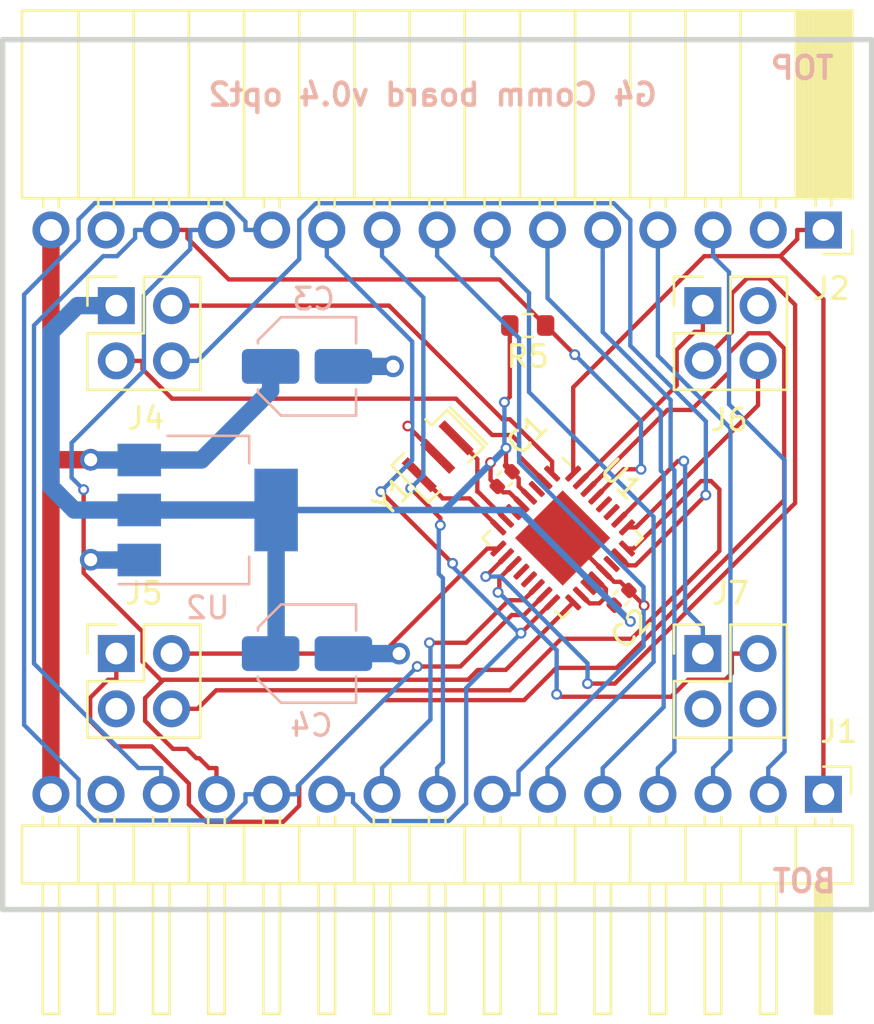
<source format=kicad_pcb>
(kicad_pcb (version 20221018) (generator pcbnew)
  (layers (0 "F.Cu" signal) (1 "In1.Cu" signal) (2 "In2.Cu" signal) (31 "B.Cu" signal) (34 "B.Paste" user) (35 "F.Paste" user) (36 "B.SilkS" user "B.Silkscreen") (37 "F.SilkS" user "F.Silkscreen") (38 "B.Mask" user) (39 "F.Mask" user) (44 "Edge.Cuts" user))
  (net 0 "")
  (net 1 "+5V")
  (net 2 "/B0_CS0")
  (net 3 "/B0_CS1")
  (net 4 "/B0_CS2")
  (net 5 "/B0_CS3")
  (net 6 "/B0_CS4")
  (net 7 "/B0_CS5")
  (net 8 "/B0_CS6")
  (net 9 "/B0_CS7")
  (net 10 "/B0_MISO")
  (net 11 "/B0_MOSI")
  (net 12 "/B0_SCK")
  (net 13 "/B1_CS0")
  (net 14 "/B1_CS1")
  (net 15 "/B1_CS2")
  (net 16 "/B1_CS3")
  (net 17 "/B1_MISO")
  (net 18 "/B1_MOSI")
  (net 19 "/B1_SCK")
  (net 20 "/EXT_INT0")
  (net 21 "/RESET_DRV0")
  (net 22 "/RESET_DRV1")
  (net 23 "/RESET_DRV2")
  (net 24 "/RESET_DRV3")
  (net 25 "/RESET_MSTR")
  (net 26 "/XTAL1")
  (net 27 "/XTAL2")
  (net 28 "GND")
  (net 41 "/VIN")
  (footprint "Connector_PinSocket_2.54mm:PinSocket_2x02_P2.54mm_Vertical" (layer "F.Cu") (at 57.77 62.23)
    (fp_text reference "J4" (at -1.1788 5.1816) (layer "F.SilkS"))
    (fp_text value "2x2 socket")
    (pad "1" thru_hole rect (at -2.54 0) (size 1.7 1.7) (drill 1) (layers "*.Cu" "*.Mask") (net 1 "+5V"))
    (pad "2" thru_hole oval (at 0 0) (size 1.7 1.7) (drill 1) (layers "*.Cu" "*.Mask") (net 13 "/B1_CS0"))
    (pad "3" thru_hole oval (at -2.54 2.54) (size 1.7 1.7) (drill 1) (layers "*.Cu" "*.Mask") (net 19 "/B1_SCK"))
    (pad "4" thru_hole oval (at 0 2.54) (size 1.7 1.7) (drill 1) (layers "*.Cu" "*.Mask") (net 21 "/RESET_DRV0"))
  )
  (footprint "Connector_PinSocket_2.54mm:PinSocket_2x02_P2.54mm_Vertical" (layer "F.Cu") (at 84.77 62.23)
    (fp_text reference "J6" (at -1.331 5.2578) (layer "F.SilkS"))
    (fp_text value "2x2 socket")
    (pad "1" thru_hole rect (at -2.54 0) (size 1.7 1.7) (drill 1) (layers "*.Cu" "*.Mask") (net 18 "/B1_MOSI"))
    (pad "2" thru_hole oval (at 0 0) (size 1.7 1.7) (drill 1) (layers "*.Cu" "*.Mask"))
    (pad "3" thru_hole oval (at -2.54 2.54) (size 1.7 1.7) (drill 1) (layers "*.Cu" "*.Mask") (net 15 "/B1_CS2"))
    (pad "4" thru_hole oval (at 0 2.54) (size 1.7 1.7) (drill 1) (layers "*.Cu" "*.Mask") (net 23 "/RESET_DRV2"))
  )
  (footprint "Connector_PinSocket_2.54mm:PinSocket_2x02_P2.54mm_Vertical" (layer "F.Cu") (at 57.77 78.23)
    (fp_text reference "J5" (at -1.27 -2.77) (layer "F.SilkS"))
    (fp_text value "2x2 socket")
    (pad "1" thru_hole rect (at -2.54 0) (size 1.7 1.7) (drill 1) (layers "*.Cu" "*.Mask") (net 17 "/B1_MISO"))
    (pad "2" thru_hole oval (at 0 0) (size 1.7 1.7) (drill 1) (layers "*.Cu" "*.Mask") (net 14 "/B1_CS1"))
    (pad "3" thru_hole oval (at -2.54 2.54) (size 1.7 1.7) (drill 1) (layers "*.Cu" "*.Mask"))
    (pad "4" thru_hole oval (at 0 2.54) (size 1.7 1.7) (drill 1) (layers "*.Cu" "*.Mask") (net 22 "/RESET_DRV1"))
  )
  (footprint "Connector_PinSocket_2.54mm:PinSocket_2x02_P2.54mm_Vertical" (layer "F.Cu") (at 84.77 78.23)
    (fp_text reference "J7" (at -1.27 -2.77) (layer "F.SilkS"))
    (fp_text value "2x2 socket")
    (pad "1" thru_hole rect (at -2.54 0) (size 1.7 1.7) (drill 1) (layers "*.Cu" "*.Mask") (net 24 "/RESET_DRV3"))
    (pad "2" thru_hole oval (at 0 0) (size 1.7 1.7) (drill 1) (layers "*.Cu" "*.Mask") (net 16 "/B1_CS3"))
    (pad "3" thru_hole oval (at -2.54 2.54) (size 1.7 1.7) (drill 1) (layers "*.Cu" "*.Mask") (net 28 "GND"))
    (pad "4" thru_hole oval (at 0 2.54) (size 1.7 1.7) (drill 1) (layers "*.Cu" "*.Mask"))
  )
  (footprint "Resistor_SMD:R_0603_1608Metric" (layer "F.Cu") (at 74.168 63.1444 180)
    (fp_text reference "R5" (at 0 -1.43) (layer "F.SilkS"))
    (fp_text value "4.7k")
    (pad "1" smd roundrect (at -0.825 0 180) (size 0.8 0.95) (layers "F.Cu" "F.Paste" "F.Mask") (net 25 "/RESET_MSTR"))
    (pad "2" smd roundrect (at 0.825 0 180) (size 0.8 0.95) (layers "F.Cu" "F.Paste" "F.Mask") (net 1 "+5V"))
  )
  (footprint "Connector_PinHeader_2.54mm:PinHeader_1x15_P2.54mm_Horizontal" (layer "F.Cu") (at 87.78 84.7 -90)
    (fp_text reference "J1" (at -2.8866 -0.7136) (layer "F.SilkS"))
    (fp_text value "1x15 header")
    (pad "1" thru_hole rect (at 0 0 270) (size 1.7 1.7) (drill 1) (layers "*.Cu" "*.Mask") (net 20 "/EXT_INT0"))
    (pad "2" thru_hole oval (at 0 2.54 270) (size 1.7 1.7) (drill 1) (layers "*.Cu" "*.Mask") (net 9 "/B0_CS7"))
    (pad "3" thru_hole oval (at 0 5.08 270) (size 1.7 1.7) (drill 1) (layers "*.Cu" "*.Mask") (net 8 "/B0_CS6"))
    (pad "4" thru_hole oval (at 0 7.62 270) (size 1.7 1.7) (drill 1) (layers "*.Cu" "*.Mask") (net 7 "/B0_CS5"))
    (pad "5" thru_hole oval (at 0 10.16 270) (size 1.7 1.7) (drill 1) (layers "*.Cu" "*.Mask") (net 6 "/B0_CS4"))
    (pad "6" thru_hole oval (at 0 12.7 270) (size 1.7 1.7) (drill 1) (layers "*.Cu" "*.Mask") (net 5 "/B0_CS3"))
    (pad "7" thru_hole oval (at 0 15.24 270) (size 1.7 1.7) (drill 1) (layers "*.Cu" "*.Mask") (net 4 "/B0_CS2"))
    (pad "8" thru_hole oval (at 0 17.78 270) (size 1.7 1.7) (drill 1) (layers "*.Cu" "*.Mask") (net 3 "/B0_CS1"))
    (pad "9" thru_hole oval (at 0 20.32 270) (size 1.7 1.7) (drill 1) (layers "*.Cu" "*.Mask") (net 2 "/B0_CS0"))
    (pad "10" thru_hole oval (at 0 22.86 270) (size 1.7 1.7) (drill 1) (layers "*.Cu" "*.Mask") (net 10 "/B0_MISO"))
    (pad "11" thru_hole oval (at 0 25.4 270) (size 1.7 1.7) (drill 1) (layers "*.Cu" "*.Mask") (net 11 "/B0_MOSI"))
    (pad "12" thru_hole oval (at 0 27.94 270) (size 1.7 1.7) (drill 1) (layers "*.Cu" "*.Mask") (net 12 "/B0_SCK"))
    (pad "13" thru_hole oval (at 0 30.48 270) (size 1.7 1.7) (drill 1) (layers "*.Cu" "*.Mask") (net 25 "/RESET_MSTR"))
    (pad "14" thru_hole oval (at 0 33.02 270) (size 1.7 1.7) (drill 1) (layers "*.Cu" "*.Mask") (net 28 "GND"))
    (pad "15" thru_hole oval (at 0 35.56 270) (size 1.7 1.7) (drill 1) (layers "*.Cu" "*.Mask") (net 41 "/VIN"))
  )
  (footprint "Capacitor_SMD:C_0402_1005Metric" (layer "F.Cu") (at 78.4871 75.6662 45)
    (fp_text reference "C2" (at -0.693798 1.315219 45) (layer "F.SilkS"))
    (fp_text value "1uF")
    (pad "1" smd roundrect (at -0.48 0 45) (size 0.56 0.62) (layers "F.Cu" "F.Paste" "F.Mask") (net 1 "+5V"))
    (pad "2" smd roundrect (at 0.48 0 45) (size 0.56 0.62) (layers "F.Cu" "F.Paste" "F.Mask") (net 28 "GND"))
  )
  (footprint "Connector_PinSocket_2.54mm:PinSocket_1x15_P2.54mm_Horizontal" (layer "F.Cu") (at 87.78 58.75 -90)
    (fp_text reference "J2" (at 2.6926 -0.358 -180) (layer "F.SilkS"))
    (fp_text value "1x15 socket")
    (pad "1" thru_hole rect (at 0 0 270) (size 1.7 1.7) (drill 1) (layers "*.Cu" "*.Mask") (net 20 "/EXT_INT0"))
    (pad "2" thru_hole oval (at 0 2.54 270) (size 1.7 1.7) (drill 1) (layers "*.Cu" "*.Mask"))
    (pad "3" thru_hole oval (at 0 5.08 270) (size 1.7 1.7) (drill 1) (layers "*.Cu" "*.Mask") (net 9 "/B0_CS7"))
    (pad "4" thru_hole oval (at 0 7.62 270) (size 1.7 1.7) (drill 1) (layers "*.Cu" "*.Mask") (net 8 "/B0_CS6"))
    (pad "5" thru_hole oval (at 0 10.16 270) (size 1.7 1.7) (drill 1) (layers "*.Cu" "*.Mask") (net 7 "/B0_CS5"))
    (pad "6" thru_hole oval (at 0 12.7 270) (size 1.7 1.7) (drill 1) (layers "*.Cu" "*.Mask") (net 6 "/B0_CS4"))
    (pad "7" thru_hole oval (at 0 15.24 270) (size 1.7 1.7) (drill 1) (layers "*.Cu" "*.Mask") (net 5 "/B0_CS3"))
    (pad "8" thru_hole oval (at 0 17.78 270) (size 1.7 1.7) (drill 1) (layers "*.Cu" "*.Mask") (net 4 "/B0_CS2"))
    (pad "9" thru_hole oval (at 0 20.32 270) (size 1.7 1.7) (drill 1) (layers "*.Cu" "*.Mask") (net 3 "/B0_CS1"))
    (pad "10" thru_hole oval (at 0 22.86 270) (size 1.7 1.7) (drill 1) (layers "*.Cu" "*.Mask") (net 10 "/B0_MISO"))
    (pad "11" thru_hole oval (at 0 25.4 270) (size 1.7 1.7) (drill 1) (layers "*.Cu" "*.Mask") (net 11 "/B0_MOSI"))
    (pad "12" thru_hole oval (at 0 27.94 270) (size 1.7 1.7) (drill 1) (layers "*.Cu" "*.Mask") (net 12 "/B0_SCK"))
    (pad "13" thru_hole oval (at 0 30.48 270) (size 1.7 1.7) (drill 1) (layers "*.Cu" "*.Mask") (net 25 "/RESET_MSTR"))
    (pad "14" thru_hole oval (at 0 33.02 270) (size 1.7 1.7) (drill 1) (layers "*.Cu" "*.Mask") (net 28 "GND"))
    (pad "15" thru_hole oval (at 0 35.56 270) (size 1.7 1.7) (drill 1) (layers "*.Cu" "*.Mask") (net 41 "/VIN"))
  )
  (footprint "Package_DFN_QFN:QFN-32-1EP_5x5mm_P0.5mm_EP3.1x3.1mm" (layer "F.Cu") (at 75.7765 72.9151 -45)
    (fp_text reference "U1" (at 0 -3.82 135) (layer "F.SilkS"))
    (fp_text value "ATmega328PB-M")
    (pad "1" smd roundrect (at -2.4375 -1.75 315) (size 0.875 0.25) (layers "F.Cu" "F.Paste" "F.Mask") (net 13 "/B1_CS0"))
    (pad "2" smd roundrect (at -2.4375 -1.25 315) (size 0.875 0.25) (layers "F.Cu" "F.Paste" "F.Mask") (net 19 "/B1_SCK"))
    (pad "3" smd roundrect (at -2.4375 -0.75 315) (size 0.875 0.25) (layers "F.Cu" "F.Paste" "F.Mask"))
    (pad "4" smd roundrect (at -2.4375 -0.25 315) (size 0.875 0.25) (layers "F.Cu" "F.Paste" "F.Mask") (net 1 "+5V"))
    (pad "5" smd roundrect (at -2.4375 0.25 315) (size 0.875 0.25) (layers "F.Cu" "F.Paste" "F.Mask") (net 28 "GND"))
    (pad "6" smd roundrect (at -2.4375 0.75 315) (size 0.875 0.25) (layers "F.Cu" "F.Paste" "F.Mask"))
    (pad "7" smd roundrect (at -2.4375 1.25 315) (size 0.875 0.25) (layers "F.Cu" "F.Paste" "F.Mask") (net 26 "/XTAL1"))
    (pad "8" smd roundrect (at -2.4375 1.75 315) (size 0.875 0.25) (layers "F.Cu" "F.Paste" "F.Mask") (net 27 "/XTAL2"))
    (pad "9" smd roundrect (at -1.75 2.4375 315) (size 0.25 0.875) (layers "F.Cu" "F.Paste" "F.Mask") (net 14 "/B1_CS1"))
    (pad "10" smd roundrect (at -1.25 2.4375 315) (size 0.25 0.875) (layers "F.Cu" "F.Paste" "F.Mask") (net 15 "/B1_CS2"))
    (pad "11" smd roundrect (at -0.75 2.4375 315) (size 0.25 0.875) (layers "F.Cu" "F.Paste" "F.Mask") (net 16 "/B1_CS3"))
    (pad "12" smd roundrect (at -0.25 2.4375 315) (size 0.25 0.875) (layers "F.Cu" "F.Paste" "F.Mask"))
    (pad "13" smd roundrect (at 0.25 2.4375 315) (size 0.25 0.875) (layers "F.Cu" "F.Paste" "F.Mask"))
    (pad "14" smd roundrect (at 0.75 2.4375 315) (size 0.25 0.875) (layers "F.Cu" "F.Paste" "F.Mask") (net 2 "/B0_CS0"))
    (pad "15" smd roundrect (at 1.25 2.4375 315) (size 0.25 0.875) (layers "F.Cu" "F.Paste" "F.Mask") (net 11 "/B0_MOSI"))
    (pad "16" smd roundrect (at 1.75 2.4375 315) (size 0.25 0.875) (layers "F.Cu" "F.Paste" "F.Mask") (net 10 "/B0_MISO"))
    (pad "17" smd roundrect (at 2.4375 1.75 315) (size 0.875 0.25) (layers "F.Cu" "F.Paste" "F.Mask") (net 12 "/B0_SCK"))
    (pad "18" smd roundrect (at 2.4375 1.25 315) (size 0.875 0.25) (layers "F.Cu" "F.Paste" "F.Mask") (net 1 "+5V"))
    (pad "19" smd roundrect (at 2.4375 0.75 315) (size 0.875 0.25) (layers "F.Cu" "F.Paste" "F.Mask"))
    (pad "20" smd roundrect (at 2.4375 0.25 315) (size 0.875 0.25) (layers "F.Cu" "F.Paste" "F.Mask") (net 1 "+5V"))
    (pad "21" smd roundrect (at 2.4375 -0.25 315) (size 0.875 0.25) (layers "F.Cu" "F.Paste" "F.Mask") (net 28 "GND"))
    (pad "22" smd roundrect (at 2.4375 -0.75 315) (size 0.875 0.25) (layers "F.Cu" "F.Paste" "F.Mask"))
    (pad "23" smd roundrect (at 2.4375 -1.25 315) (size 0.875 0.25) (layers "F.Cu" "F.Paste" "F.Mask") (net 21 "/RESET_DRV0"))
    (pad "24" smd roundrect (at 2.4375 -1.75 315) (size 0.875 0.25) (layers "F.Cu" "F.Paste" "F.Mask") (net 22 "/RESET_DRV1"))
    (pad "25" smd roundrect (at 1.75 -2.4375 315) (size 0.25 0.875) (layers "F.Cu" "F.Paste" "F.Mask") (net 23 "/RESET_DRV2"))
    (pad "26" smd roundrect (at 1.25 -2.4375 315) (size 0.25 0.875) (layers "F.Cu" "F.Paste" "F.Mask") (net 24 "/RESET_DRV3"))
    (pad "27" smd roundrect (at 0.75 -2.4375 315) (size 0.25 0.875) (layers "F.Cu" "F.Paste" "F.Mask"))
    (pad "28" smd roundrect (at 0.25 -2.4375 315) (size 0.25 0.875) (layers "F.Cu" "F.Paste" "F.Mask"))
    (pad "29" smd roundrect (at -0.25 -2.4375 315) (size 0.25 0.875) (layers "F.Cu" "F.Paste" "F.Mask") (net 25 "/RESET_MSTR"))
    (pad "30" smd roundrect (at -0.75 -2.4375 315) (size 0.25 0.875) (layers "F.Cu" "F.Paste" "F.Mask") (net 17 "/B1_MISO"))
    (pad "31" smd roundrect (at -1.25 -2.4375 315) (size 0.25 0.875) (layers "F.Cu" "F.Paste" "F.Mask") (net 18 "/B1_MOSI"))
    (pad "32" smd roundrect (at -1.75 -2.4375 315) (size 0.25 0.875) (layers "F.Cu" "F.Paste" "F.Mask") (net 20 "/EXT_INT0"))
    (pad "33" smd rect (at 0 0 315) (size 3.1 3.1) (layers "F.Cu" "F.Mask") (net 28 "GND"))
  )
  (footprint "Capacitor_SMD:C_0402_1005Metric" (layer "F.Cu") (at 73.1071 70.2068 -135)
    (fp_text reference "C1" (at -2.163676 0.711731 45) (layer "F.SilkS"))
    (fp_text value "1uF")
    (pad "1" smd roundrect (at -0.48 0 225) (size 0.56 0.62) (layers "F.Cu" "F.Paste" "F.Mask") (net 1 "+5V"))
    (pad "2" smd roundrect (at 0.48 0 225) (size 0.56 0.62) (layers "F.Cu" "F.Paste" "F.Mask") (net 28 "GND"))
  )
  (footprint "Crystal:Resonator_SMD_Murata_CSTxExxV-3Pin_3.0x1.1mm" (layer "F.Cu") (at 70.0244 69.1587 -135)
    (fp_text reference "Y1" (at 2.759798 0.141421 45) (layer "F.SilkS"))
    (fp_text value "20MHz")
    (pad "1" smd rect (at -1.2 0 225) (size 0.4 1.9) (layers "F.Cu" "F.Paste" "F.Mask") (net 26 "/XTAL1"))
    (pad "2" smd rect (at 0 0 225) (size 0.4 1.9) (layers "F.Cu" "F.Paste" "F.Mask") (net 28 "GND"))
    (pad "3" smd rect (at 1.2 0 225) (size 0.4 1.9) (layers "F.Cu" "F.Paste" "F.Mask") (net 27 "/XTAL2"))
  )
  (footprint "Package_TO_SOT_SMD:SOT-223" (layer "B.Cu") (at 59.436 71.628)
    (fp_text reference "U2" (at 0 4.5) (layer "B.SilkS") (effects (justify mirror)))
    (fp_text value "AZ1117-5.0")
    (pad "1" smd rect (at -3.15 2.3) (size 2 1.5) (layers "B.Cu" "B.Paste" "B.Mask") (net 28 "GND"))
    (pad "2" smd rect (at -3.15 0) (size 2 1.5) (layers "B.Cu" "B.Paste" "B.Mask") (net 1 "+5V"))
    (pad "2" smd rect (at 3.15 0) (size 2 3.8) (layers "B.Cu" "B.Paste" "B.Mask") (net 1 "+5V"))
    (pad "3" smd rect (at -3.15 -2.3) (size 2 1.5) (layers "B.Cu" "B.Paste" "B.Mask") (net 41 "/VIN"))
  )
  (footprint "Capacitor_SMD:C_Elec_4x5.4" (layer "B.Cu") (at 64.008 65.024)
    (fp_text reference "C3" (at 0.3048 -3.0988) (layer "B.SilkS") (effects (justify mirror)))
    (fp_text value "10uF")
    (pad "1" smd roundrect (at -1.675 0) (size 2.65 1.6) (layers "B.Cu" "B.Paste" "B.Mask") (roundrect_rratio 0.15625) (net 41 "/VIN"))
    (pad "2" smd roundrect (at 1.675 0) (size 2.65 1.6) (layers "B.Cu" "B.Paste" "B.Mask") (roundrect_rratio 0.15625) (net 28 "GND"))
  )
  (footprint "Capacitor_SMD:C_Elec_4x5.4" (layer "B.Cu") (at 64.008 78.232)
    (fp_text reference "C4" (at 0.2032 3.302) (layer "B.SilkS") (effects (justify mirror)))
    (fp_text value "22uF")
    (pad "1" smd roundrect (at -1.675 0) (size 2.65 1.6) (layers "B.Cu" "B.Paste" "B.Mask") (roundrect_rratio 0.15625) (net 1 "+5V"))
    (pad "2" smd roundrect (at 1.675 0) (size 2.65 1.6) (layers "B.Cu" "B.Paste" "B.Mask") (roundrect_rratio 0.15625) (net 28 "GND"))
  )
  (gr_line (start 90 90) (end 90 50) (stroke (width 0.25)) (layer "Edge.Cuts"))
  (gr_line (start 90 50) (end 50 50) (stroke (width 0.25)) (layer "Edge.Cuts"))
  (gr_line (start 50 50) (end 50 90) (stroke (width 0.25)) (layer "Edge.Cuts"))
  (gr_line (start 50 90) (end 90 90) (stroke (width 0.25)) (layer "Edge.Cuts"))
  (gr_text "BOT" (at 86.9 88.7) (layer "B.SilkS") (effects (font (size 1.016 1.016) (thickness 0.2032)) (justify mirror)))
  (gr_text "G4 Comm board v0.4 opt2" (at 69.7992 52.5272) (layer "B.SilkS") (effects (font (size 1.016 1.016) (thickness 0.2032)) (justify mirror)))
  (gr_text "TOP" (at 86.8 51.3) (layer "B.SilkS") (effects (font (size 1.016 1.016) (thickness 0.2032)) (justify mirror)))
  (segment (start 77.3233 74.8155) (end 77.766 75.2582) (width 0.2) (layer "F.Cu") (net 1))
  (segment (start 76.6162 75.5226) (end 77.0142 75.9206) (width 0.2) (layer "F.Cu") (net 1))
  (segment (start 78.8924 76.7504) (end 78.1477 76.0056) (width 0.2) (layer "F.Cu") (net 1))
  (segment (start 77.0142 75.9206) (end 77.4693 75.9206) (width 0.2) (layer "F.Cu") (net 1))
  (segment (start 73.7528 70.1802) (end 73.7528 70.5378) (width 0.2) (layer "F.Cu") (net 1))
  (segment (start 77.766 75.2582) (end 77.766 75.6239) (width 0.2) (layer "F.Cu") (net 1))
  (segment (start 73.4465 69.8674) (end 73.4465 69.8739) (width 0.2) (layer "F.Cu") (net 1))
  (segment (start 73.7528 70.5378) (end 74.2297 71.0148) (width 0.2) (layer "F.Cu") (net 1))
  (segment (start 73.343 66.423) (end 73.343 63.1444) (width 0.2) (layer "F.Cu") (net 1))
  (segment (start 73.4465 69.8739) (end 73.7528 70.1802) (width 0.2) (layer "F.Cu") (net 1))
  (segment (start 73.1686 68.7832) (end 73.1686 69.5895) (width 0.2) (layer "F.Cu") (net 1))
  (segment (start 77.4693 75.9206) (end 77.766 75.6239) (width 0.2) (layer "F.Cu") (net 1))
  (segment (start 77.3233 74.8154) (end 77.3233 74.8155) (width 0.2) (layer "F.Cu") (net 1))
  (segment (start 73.0962 66.6698) (end 73.343 66.423) (width 0.2) (layer "F.Cu") (net 1))
  (segment (start 77.766 75.6239) (end 78.1477 76.0056) (width 0.2) (layer "F.Cu") (net 1))
  (segment (start 73.1686 69.5895) (end 73.4465 69.8674) (width 0.3) (layer "F.Cu") (net 1))
  (via (at 73.0962 66.6698) (size 0.5) (drill 0.3) (layers "F.Cu" "B.Cu") (net 1))
  (via (at 73.1686 68.7832) (size 0.5) (drill 0.3) (layers "F.Cu" "B.Cu") (net 1))
  (via (at 78.8924 76.7504) (size 0.5) (drill 0.3) (layers "F.Cu" "B.Cu") (net 1))
  (segment (start 73.1686 68.7832) (end 70.3238 71.628) (width 0.3) (layer "B.Cu") (net 1))
  (segment (start 56.286 71.628) (end 62.586 71.628) (width 0.8) (layer "B.Cu") (net 1))
  (segment (start 62.586 71.628) (end 62.586 77.979) (width 0.8) (layer "B.Cu") (net 1))
  (segment (start 78.8924 76.7504) (end 78.884 76.7504) (width 0.3) (layer "B.Cu") (net 1))
  (segment (start 53.4416 62.23) (end 55.23 62.23) (width 0.8) (layer "B.Cu") (net 1))
  (segment (start 73.0962 68.7108) (end 73.0962 66.6698) (width 0.2) (layer "B.Cu") (net 1))
  (segment (start 73.7616 71.628) (end 70.5104 71.628) (width 0.3) (layer "B.Cu") (net 1))
  (segment (start 62.586 77.979) (end 62.333 78.232) (width 0.8) (layer "B.Cu") (net 1))
  (segment (start 52.2224 70.5612) (end 52.2224 63.4492) (width 0.8) (layer "B.Cu") (net 1))
  (segment (start 56.286 71.628) (end 53.2892 71.628) (width 0.8) (layer "B.Cu") (net 1))
  (segment (start 70.5104 71.628) (end 70.3238 71.628) (width 0.3) (layer "B.Cu") (net 1))
  (segment (start 70.3238 71.628) (end 70.5104 71.628) (width 0.3) (layer "B.Cu") (net 1))
  (segment (start 53.2892 71.628) (end 52.2224 70.5612) (width 0.8) (layer "B.Cu") (net 1))
  (segment (start 73.1686 68.7832) (end 73.0962 68.7108) (width 0.2) (layer "B.Cu") (net 1))
  (segment (start 52.2224 63.4492) (end 53.4416 62.23) (width 0.8) (layer "B.Cu") (net 1))
  (segment (start 78.884 76.7504) (end 73.7616 71.628) (width 0.3) (layer "B.Cu") (net 1))
  (segment (start 62.586 71.628) (end 70.3238 71.628) (width 0.3) (layer "B.Cu") (net 1))
  (segment (start 71.3369 77.7339) (end 69.6449 77.7339) (width 0.2) (layer "F.Cu") (net 2))
  (segment (start 74.5833 75.169) (end 73.9751 75.7772) (width 0.2) (layer "F.Cu") (net 2))
  (segment (start 73.2936 75.7772) (end 71.3369 77.7339) (width 0.2) (layer "F.Cu") (net 2))
  (segment (start 73.9751 75.7772) (end 73.2936 75.7772) (width 0.2) (layer "F.Cu") (net 2))
  (via (at 69.6449 77.7339) (size 0.5) (drill 0.3) (layers "F.Cu" "B.Cu") (net 2))
  (segment (start 69.69 77.779) (end 69.6449 77.7339) (width 0.2) (layer "B.Cu") (net 2))
  (segment (start 67.46 84.7) (end 67.46 83.4959) (width 0.2) (layer "B.Cu") (net 2))
  (segment (start 69.69 81.2659) (end 69.69 77.779) (width 0.2) (layer "B.Cu") (net 2))
  (segment (start 67.46 83.4959) (end 69.69 81.2659) (width 0.2) (layer "B.Cu") (net 2))
  (segment (start 70.1444 72.328) (end 70.1444 71.9965) (width 0.2) (layer "F.Cu") (net 3))
  (segment (start 70.1444 71.9965) (end 68.7814 70.6335) (width 0.2) (layer "F.Cu") (net 3))
  (via (at 70.1444 72.328) (size 0.5) (drill 0.3) (layers "F.Cu" "B.Cu") (net 3))
  (via (at 68.7814 70.6335) (size 0.5) (drill 0.3) (layers "F.Cu" "B.Cu") (net 3))
  (segment (start 69.365 70.0499) (end 68.7814 70.6335) (width 0.2) (layer "B.Cu") (net 3))
  (segment (start 67.46 58.75) (end 67.46 59.9541) (width 0.2) (layer "B.Cu") (net 3))
  (segment (start 70.2638 83.2321) (end 70.2638 74.7586) (width 0.2) (layer "B.Cu") (net 3))
  (segment (start 70 84.7) (end 70 83.4959) (width 0.2) (layer "B.Cu") (net 3))
  (segment (start 70.0739 74.5687) (end 70.0739 72.3985) (width 0.2) (layer "B.Cu") (net 3))
  (segment (start 67.46 59.9541) (end 69.365 61.8591) (width 0.2) (layer "B.Cu") (net 3))
  (segment (start 70 83.4959) (end 70.2638 83.2321) (width 0.2) (layer "B.Cu") (net 3))
  (segment (start 70.2638 74.7586) (end 70.0739 74.5687) (width 0.2) (layer "B.Cu") (net 3))
  (segment (start 69.365 61.8591) (end 69.365 70.0499) (width 0.2) (layer "B.Cu") (net 3))
  (segment (start 70.0739 72.3985) (end 70.1444 72.328) (width 0.2) (layer "B.Cu") (net 3))
  (segment (start 70 59.9541) (end 73.7728 63.7269) (width 0.2) (layer "B.Cu") (net 4))
  (segment (start 73.7441 83.6485) (end 73.7441 84.7) (width 0.2) (layer "B.Cu") (net 4))
  (segment (start 73.7728 69.4373) (end 79.5019 75.1664) (width 0.2) (layer "B.Cu") (net 4))
  (segment (start 79.5019 77.8907) (end 73.7441 83.6485) (width 0.2) (layer "B.Cu") (net 4))
  (segment (start 70 58.75) (end 70 59.9541) (width 0.2) (layer "B.Cu") (net 4))
  (segment (start 79.5019 75.1664) (end 79.5019 77.8907) (width 0.2) (layer "B.Cu") (net 4))
  (segment (start 72.54 84.7) (end 73.7441 84.7) (width 0.2) (layer "B.Cu") (net 4))
  (segment (start 73.7728 63.7269) (end 73.7728 69.4373) (width 0.2) (layer "B.Cu") (net 4))
  (segment (start 75.08 83.4959) (end 79.9614 78.6145) (width 0.2) (layer "B.Cu") (net 5))
  (segment (start 79.9614 78.6145) (end 79.9614 71.94) (width 0.2) (layer "B.Cu") (net 5))
  (segment (start 74.227 66.2056) (end 74.227 61.6411) (width 0.2) (layer "B.Cu") (net 5))
  (segment (start 75.08 84.7) (end 75.08 83.4959) (width 0.2) (layer "B.Cu") (net 5))
  (segment (start 72.54 58.75) (end 72.54 59.9541) (width 0.2) (layer "B.Cu") (net 5))
  (segment (start 74.227 61.6411) (end 72.54 59.9541) (width 0.2) (layer "B.Cu") (net 5))
  (segment (start 79.9614 71.94) (end 74.227 66.2056) (width 0.2) (layer "B.Cu") (net 5))
  (segment (start 80.4264 69.9485) (end 80.4264 80.6895) (width 0.2) (layer "B.Cu") (net 6))
  (segment (start 80.4264 80.6895) (end 77.62 83.4959) (width 0.2) (layer "B.Cu") (net 6))
  (segment (start 80.2933 67.0969) (end 80.2933 69.8154) (width 0.2) (layer "B.Cu") (net 6))
  (segment (start 75.08 58.75) (end 75.08 61.8836) (width 0.2) (layer "B.Cu") (net 6))
  (segment (start 77.62 84.7) (end 77.62 83.4959) (width 0.2) (layer "B.Cu") (net 6))
  (segment (start 80.2933 69.8154) (end 80.4264 69.9485) (width 0.2) (layer "B.Cu") (net 6))
  (segment (start 75.08 61.8836) (end 80.2933 67.0969) (width 0.2) (layer "B.Cu") (net 6))
  (segment (start 80.9204 69.8003) (end 80.9204 82.7355) (width 0.2) (layer "B.Cu") (net 7))
  (segment (start 77.62 58.75) (end 77.62 59.9541) (width 0.2) (layer "B.Cu") (net 7))
  (segment (start 80.9204 82.7355) (end 80.16 83.4959) (width 0.2) (layer "B.Cu") (net 7))
  (segment (start 77.62 63.4434) (end 80.7474 66.5708) (width 0.2) (layer "B.Cu") (net 7))
  (segment (start 77.62 59.9541) (end 77.62 63.4434) (width 0.2) (layer "B.Cu") (net 7))
  (segment (start 80.7474 69.6273) (end 80.9204 69.8003) (width 0.2) (layer "B.Cu") (net 7))
  (segment (start 80.16 84.7) (end 80.16 83.4959) (width 0.2) (layer "B.Cu") (net 7))
  (segment (start 80.7474 66.5708) (end 80.7474 69.6273) (width 0.2) (layer "B.Cu") (net 7))
  (segment (start 82.7 84.7) (end 82.7 83.4959) (width 0.2) (layer "B.Cu") (net 8))
  (segment (start 83.5 82.6959) (end 82.7 83.4959) (width 0.2) (layer "B.Cu") (net 8))
  (segment (start 80.16 64.5296) (end 83.5 67.8696) (width 0.2) (layer "B.Cu") (net 8))
  (segment (start 80.16 58.75) (end 80.16 64.5296) (width 0.2) (layer "B.Cu") (net 8))
  (segment (start 83.5 67.8696) (end 83.5 82.6959) (width 0.2) (layer "B.Cu") (net 8))
  (segment (start 82.7 59.9541) (end 83.4342 60.6883) (width 0.2) (layer "B.Cu") (net 9))
  (segment (start 83.4342 66.7699) (end 85.9914 69.3271) (width 0.2) (layer "B.Cu") (net 9))
  (segment (start 85.9914 69.3271) (end 85.9914 82.7445) (width 0.2) (layer "B.Cu") (net 9))
  (segment (start 85.9914 82.7445) (end 85.24 83.4959) (width 0.2) (layer "B.Cu") (net 9))
  (segment (start 83.4342 60.6883) (end 83.4342 66.7699) (width 0.2) (layer "B.Cu") (net 9))
  (segment (start 82.7 58.75) (end 82.7 59.9541) (width 0.2) (layer "B.Cu") (net 9))
  (segment (start 85.24 84.7) (end 85.24 83.4959) (width 0.2) (layer "B.Cu") (net 9))
  (segment (start 75.2723 75.8761) (end 73.8589 77.2895) (width 0.2) (layer "F.Cu") (net 10))
  (segment (start 70.7101 74.083) (end 67.4082 70.7811) (width 0.2) (layer "F.Cu") (net 10))
  (segment (start 75.2904 75.8761) (end 75.2723 75.8761) (width 0.2) (layer "F.Cu") (net 10))
  (via (at 73.8589 77.2895) (size 0.5) (drill 0.3) (layers "F.Cu" "B.Cu") (net 10))
  (via (at 70.7101 74.083) (size 0.5) (drill 0.3) (layers "F.Cu" "B.Cu") (net 10))
  (via (at 67.4082 70.7811) (size 0.5) (drill 0.3) (layers "F.Cu" "B.Cu") (net 10))
  (segment (start 68.85 63.8841) (end 68.85 69.3393) (width 0.2) (layer "B.Cu") (net 10))
  (segment (start 73.8141 77.3343) (end 70.7101 74.2303) (width 0.2) (layer "B.Cu") (net 10))
  (segment (start 66.1241 84.7) (end 66.1241 85.0743) (width 0.2) (layer "B.Cu") (net 10))
  (segment (start 71.3358 85.1234) (end 71.3358 79.8126) (width 0.2) (layer "B.Cu") (net 10))
  (segment (start 68.85 69.3393) (end 67.4082 70.7811) (width 0.2) (layer "B.Cu") (net 10))
  (segment (start 66.1241 85.0743) (end 66.9814 85.9316) (width 0.2) (layer "B.Cu") (net 10))
  (segment (start 70.7101 74.2303) (end 70.7101 74.083) (width 0.2) (layer "B.Cu") (net 10))
  (segment (start 73.8141 77.3343) (end 73.8589 77.2895) (width 0.2) (layer "B.Cu") (net 10))
  (segment (start 71.3358 79.8126) (end 73.8141 77.3343) (width 0.2) (layer "B.Cu") (net 10))
  (segment (start 70.5276 85.9316) (end 71.3358 85.1234) (width 0.2) (layer "B.Cu") (net 10))
  (segment (start 64.92 58.75) (end 64.92 59.9541) (width 0.2) (layer "B.Cu") (net 10))
  (segment (start 64.92 84.7) (end 66.1241 84.7) (width 0.2) (layer "B.Cu") (net 10))
  (segment (start 66.9814 85.9316) (end 70.5276 85.9316) (width 0.2) (layer "B.Cu") (net 10))
  (segment (start 64.92 59.9541) (end 68.85 63.8841) (width 0.2) (layer "B.Cu") (net 10))
  (segment (start 71.0655 78.8255) (end 69.0826 78.8255) (width 0.2) (layer "F.Cu") (net 11))
  (segment (start 73.4327 76.4583) (end 71.0655 78.8255) (width 0.2) (layer "F.Cu") (net 11))
  (segment (start 74.9368 75.5226) (end 74.0011 76.4583) (width 0.2) (layer "F.Cu") (net 11))
  (segment (start 74.0011 76.4583) (end 73.4327 76.4583) (width 0.2) (layer "F.Cu") (net 11))
  (via (at 69.0826 78.8255) (size 0.5) (drill 0.3) (layers "F.Cu" "B.Cu") (net 11))
  (segment (start 60.3459 85.9042) (end 61.1759 85.0742) (width 0.2) (layer "B.Cu") (net 11))
  (segment (start 61.1759 85.0742) (end 61.1759 84.7) (width 0.2) (layer "B.Cu") (net 11))
  (segment (start 54.2481 57.5144) (end 53.49 58.2725) (width 0.2) (layer "B.Cu") (net 11))
  (segment (start 53.49 58.2725) (end 53.49 59.2152) (width 0.2) (layer "B.Cu") (net 11))
  (segment (start 62.38 84.7) (end 61.1759 84.7) (width 0.2) (layer "B.Cu") (net 11))
  (segment (start 50.986 61.7192) (end 50.986 81.512) (width 0.2) (layer "B.Cu") (net 11))
  (segment (start 63.5841 84.324) (end 63.5841 84.7) (width 0.2) (layer "B.Cu") (net 11))
  (segment (start 53.49 59.2152) (end 50.986 61.7192) (width 0.2) (layer "B.Cu") (net 11))
  (segment (start 53.49 85.1962) (end 54.198 85.9042) (width 0.2) (layer "B.Cu") (net 11))
  (segment (start 53.49 84.016) (end 53.49 85.1962) (width 0.2) (layer "B.Cu") (net 11))
  (segment (start 69.0826 78.8255) (end 63.5841 84.324) (width 0.2) (layer "B.Cu") (net 11))
  (segment (start 62.38 84.7) (end 63.5841 84.7) (width 0.2) (layer "B.Cu") (net 11))
  (segment (start 54.198 85.9042) (end 60.3459 85.9042) (width 0.2) (layer "B.Cu") (net 11))
  (segment (start 60.3166 57.5144) (end 54.2481 57.5144) (width 0.2) (layer "B.Cu") (net 11))
  (segment (start 61.1759 58.3737) (end 60.3166 57.5144) (width 0.2) (layer "B.Cu") (net 11))
  (segment (start 50.986 81.512) (end 53.49 84.016) (width 0.2) (layer "B.Cu") (net 11))
  (segment (start 62.38 58.75) (end 61.1759 58.75) (width 0.2) (layer "B.Cu") (net 11))
  (segment (start 61.1759 58.75) (end 61.1759 58.3737) (width 0.2) (layer "B.Cu") (net 11))
  (segment (start 73.1586 78.9801) (end 71.8744 78.9801) (width 0.2) (layer "F.Cu") (net 12))
  (segment (start 56.5553 80.2783) (end 57.3351 79.4985) (width 0.2) (layer "F.Cu") (net 12))
  (segment (start 76.2626 75.8761) (end 73.1586 78.9801) (width 0.2) (layer "F.Cu") (net 12))
  (segment (start 56.4342 77.2306) (end 56.4342 78.5977) (width 0.2) (layer "F.Cu") (net 12))
  (segment (start 57.8411 82.613) (end 56.5553 81.3272) (width 0.2) (layer "F.Cu") (net 12))
  (segment (start 53.7243 70.6922) (end 53.7243 74.5207) (width 0.2) (layer "F.Cu") (net 12))
  (segment (start 71.8744 78.9801) (end 71.4203 79.4342) (width 0.2) (layer "F.Cu") (net 12))
  (segment (start 58.9121 83.0418) (end 58.4833 82.613) (width 0.2) (layer "F.Cu") (net 12))
  (segment (start 59.4994 83.4959) (end 59.0453 83.0418) (width 0.2) (layer "F.Cu") (net 12))
  (segment (start 57.3994 79.4342) (end 57.3351 79.4985) (width 0.2) (layer "F.Cu") (net 12))
  (segment (start 56.5553 81.3272) (end 56.5553 80.2783) (width 0.2) (layer "F.Cu") (net 12))
  (segment (start 71.4203 79.4342) (end 57.3994 79.4342) (width 0.2) (layer "F.Cu") (net 12))
  (segment (start 58.4833 82.613) (end 57.8411 82.613) (width 0.2) (layer "F.Cu") (net 12))
  (segment (start 59.0453 83.0418) (end 58.9121 83.0418) (width 0.2) (layer "F.Cu") (net 12))
  (segment (start 53.7243 74.5207) (end 56.4342 77.2306) (width 0.2) (layer "F.Cu") (net 12))
  (segment (start 59.84 83.4959) (end 59.4994 83.4959) (width 0.2) (layer "F.Cu") (net 12))
  (segment (start 56.4342 78.5977) (end 57.3351 79.4985) (width 0.2) (layer "F.Cu") (net 12))
  (segment (start 59.84 84.7) (end 59.84 83.4959) (width 0.2) (layer "F.Cu") (net 12))
  (via (at 53.7243 70.6922) (size 0.5) (drill 0.3) (layers "F.Cu" "B.Cu") (net 12))
  (segment (start 53.1707 68.5437) (end 53.1707 70.1386) (width 0.2) (layer "B.Cu") (net 12))
  (segment (start 56.5 61.7651) (end 56.5 65.2144) (width 0.2) (layer "B.Cu") (net 12))
  (segment (start 58.6359 58.75) (end 58.6359 59.6292) (width 0.2) (layer "B.Cu") (net 12))
  (segment (start 53.1707 70.1386) (end 53.7243 70.6922) (width 0.2) (layer "B.Cu") (net 12))
  (segment (start 56.5 65.2144) (end 53.1707 68.5437) (width 0.2) (layer "B.Cu") (net 12))
  (segment (start 59.84 58.75) (end 58.6359 58.75) (width 0.2) (layer "B.Cu") (net 12))
  (segment (start 58.6359 59.6292) (end 56.5 61.7651) (width 0.2) (layer "B.Cu") (net 12))
  (segment (start 67.7843 62.23) (end 73.0099 67.4556) (width 0.2) (layer "F.Cu") (net 13))
  (segment (start 75.2904 69.4012) (end 75.2904 69.9541) (width 0.2) (layer "F.Cu") (net 13))
  (segment (start 57.77 62.23) (end 67.7843 62.23) (width 0.2) (layer "F.Cu") (net 13))
  (segment (start 73.3448 67.4556) (end 75.2904 69.4012) (width 0.2) (layer "F.Cu") (net 13))
  (segment (start 73.0099 67.4556) (end 73.3448 67.4556) (width 0.2) (layer "F.Cu") (net 13))
  (segment (start 57.77 78.23) (end 58.9741 78.23) (width 0.2) (layer "F.Cu") (net 14))
  (segment (start 67.48 78.23) (end 72.3088 73.4012) (width 0.2) (layer "F.Cu") (net 14))
  (segment (start 58.9741 78.23) (end 67.48 78.23) (width 0.2) (layer "F.Cu") (net 14))
  (segment (start 72.3088 73.4012) (end 72.8155 73.4012) (width 0.2) (layer "F.Cu") (net 14))
  (segment (start 83.5658 61.6719) (end 83.5658 63.4342) (width 0.2) (layer "F.Cu") (net 15))
  (segment (start 76.9212 79.6111) (end 78.1779 79.6111) (width 0.2) (layer "F.Cu") (net 15))
  (segment (start 84.2631 60.9746) (end 83.5658 61.6719) (width 0.2) (layer "F.Cu") (net 15))
  (segment (start 73.169 73.7548) (end 72.2356 74.6882) (width 0.2) (layer "F.Cu") (net 15))
  (segment (start 85.2592 60.9746) (end 84.2631 60.9746) (width 0.2) (layer "F.Cu") (net 15))
  (segment (start 78.1779 79.6111) (end 86.4786 71.3104) (width 0.2) (layer "F.Cu") (net 15))
  (segment (start 83.5658 63.4342) (end 82.23 64.77) (width 0.2) (layer "F.Cu") (net 15))
  (segment (start 86.4786 71.3104) (end 86.4786 62.194) (width 0.2) (layer "F.Cu") (net 15))
  (segment (start 86.4786 62.194) (end 85.2592 60.9746) (width 0.2) (layer "F.Cu") (net 15))
  (via (at 72.2356 74.6882) (size 0.5) (drill 0.3) (layers "F.Cu" "B.Cu") (net 15))
  (via (at 76.9212 79.6111) (size 0.5) (drill 0.3) (layers "F.Cu" "B.Cu") (net 15))
  (segment (start 72.2356 74.6882) (end 72.2356 74.6883) (width 0.2) (layer "B.Cu") (net 15))
  (segment (start 72.2356 74.6883) (end 72.9295 74.6883) (width 0.2) (layer "B.Cu") (net 15))
  (segment (start 76.9212 78.68) (end 76.9212 79.6111) (width 0.2) (layer "B.Cu") (net 15))
  (segment (start 72.9295 74.6883) (end 76.9212 78.68) (width 0.2) (layer "B.Cu") (net 15))
  (segment (start 72.862 75.3544) (end 72.8016 75.4148) (width 0.2) (layer "F.Cu") (net 16))
  (segment (start 75.6107 80.2152) (end 80.7765 80.2152) (width 0.2) (layer "F.Cu") (net 16))
  (segment (start 83.2649 79.4341) (end 83.5659 79.1331) (width 0.2) (layer "F.Cu") (net 16))
  (segment (start 73.5226 74.1083) (end 72.862 74.7689) (width 0.2) (layer "F.Cu") (net 16))
  (segment (start 83.5659 79.1331) (end 83.5659 78.23) (width 0.2) (layer "F.Cu") (net 16))
  (segment (start 80.7765 80.2152) (end 81.5576 79.4341) (width 0.2) (layer "F.Cu") (net 16))
  (segment (start 72.862 74.7689) (end 72.862 75.3544) (width 0.2) (layer "F.Cu") (net 16))
  (segment (start 81.5576 79.4341) (end 83.2649 79.4341) (width 0.2) (layer "F.Cu") (net 16))
  (segment (start 75.5002 80.1047) (end 75.6107 80.2152) (width 0.2) (layer "F.Cu") (net 16))
  (segment (start 84.77 78.23) (end 83.5659 78.23) (width 0.2) (layer "F.Cu") (net 16))
  (via (at 72.8016 75.4148) (size 0.5) (drill 0.3) (layers "F.Cu" "B.Cu") (net 16))
  (via (at 75.5002 80.1047) (size 0.5) (drill 0.3) (layers "F.Cu" "B.Cu") (net 16))
  (segment (start 75.5002 78.0764) (end 75.5002 80.1047) (width 0.2) (layer "B.Cu") (net 16))
  (segment (start 72.8016 75.4148) (end 72.8386 75.4148) (width 0.2) (layer "B.Cu") (net 16))
  (segment (start 72.8386 75.4148) (end 75.5002 78.0764) (width 0.2) (layer "B.Cu") (net 16))
  (segment (start 67.5312 80.3728) (end 74.0014 80.3728) (width 0.2) (layer "F.Cu") (net 17))
  (segment (start 58.5701 84.2066) (end 58.5701 85.1705) (width 0.2) (layer "F.Cu") (net 17))
  (segment (start 75.4856 78.8886) (end 78.2583 78.8886) (width 0.2) (layer "F.Cu") (net 17))
  (segment (start 85.2756 63.5) (end 84.337 63.5) (width 0.2) (layer "F.Cu") (net 17))
  (segment (start 63.65 85.2287) (end 63.65 84.254) (width 0.2) (layer "F.Cu") (net 17))
  (segment (start 58.5701 85.1705) (end 59.3643 85.9647) (width 0.2) (layer "F.Cu") (net 17))
  (segment (start 85.9744 64.1988) (end 85.2756 63.5) (width 0.2) (layer "F.Cu") (net 17))
  (segment (start 56.8635 82.5) (end 58.5701 84.2066) (width 0.2) (layer "F.Cu") (net 17))
  (segment (start 55.2032 82.5) (end 56.8635 82.5) (width 0.2) (layer "F.Cu") (net 17))
  (segment (start 55.23 78.23) (end 55.23 79.4341) (width 0.2) (layer "F.Cu") (net 17))
  (segment (start 54.0259 81.3227) (end 55.2032 82.5) (width 0.2) (layer "F.Cu") (net 17))
  (segment (start 59.3643 85.9647) (end 62.914 85.9647) (width 0.2) (layer "F.Cu") (net 17))
  (segment (start 62.914 85.9647) (end 63.65 85.2287) (width 0.2) (layer "F.Cu") (net 17))
  (segment (start 80.6045 67.0264) (end 76.9697 70.6612) (width 0.2) (layer "F.Cu") (net 17))
  (segment (start 78.2583 78.8886) (end 85.9744 71.1725) (width 0.2) (layer "F.Cu") (net 17))
  (segment (start 84.337 63.5) (end 83.4342 64.4028) (width 0.2) (layer "F.Cu") (net 17))
  (segment (start 85.9744 71.1725) (end 85.9744 64.1988) (width 0.2) (layer "F.Cu") (net 17))
  (segment (start 74.0014 80.3728) (end 75.4856 78.8886) (width 0.2) (layer "F.Cu") (net 17))
  (segment (start 63.65 84.254) (end 67.5312 80.3728) (width 0.2) (layer "F.Cu") (net 17))
  (segment (start 54.8536 79.4341) (end 54.0259 80.2618) (width 0.2) (layer "F.Cu") (net 17))
  (segment (start 83.4342 65.2921) (end 81.6999 67.0264) (width 0.2) (layer "F.Cu") (net 17))
  (segment (start 55.23 79.4341) (end 54.8536 79.4341) (width 0.2) (layer "F.Cu") (net 17))
  (segment (start 54.0259 80.2618) (end 54.0259 81.3227) (width 0.2) (layer "F.Cu") (net 17))
  (segment (start 83.4342 64.4028) (end 83.4342 65.2921) (width 0.2) (layer "F.Cu") (net 17))
  (segment (start 81.6999 67.0264) (end 80.6045 67.0264) (width 0.2) (layer "F.Cu") (net 17))
  (segment (start 82.23 62.23) (end 82.23 63.4341) (width 0.2) (layer "F.Cu") (net 18))
  (segment (start 81.0259 65.8979) (end 81.0259 64.2618) (width 0.2) (layer "F.Cu") (net 18))
  (segment (start 81.8536 63.4341) (end 82.23 63.4341) (width 0.2) (layer "F.Cu") (net 18))
  (segment (start 76.6162 70.3076) (end 81.0259 65.8979) (width 0.2) (layer "F.Cu") (net 18))
  (segment (start 81.0259 64.2618) (end 81.8536 63.4341) (width 0.2) (layer "F.Cu") (net 18))
  (segment (start 74.9368 70.3076) (end 73.7727 69.1435) (width 0.2) (layer "F.Cu") (net 19))
  (segment (start 56.4341 65.1443) (end 56.4341 64.77) (width 0.2) (layer "F.Cu") (net 19))
  (segment (start 57.7988 66.509) (end 56.4341 65.1443) (width 0.2) (layer "F.Cu") (net 19))
  (segment (start 73.4188 68.179) (end 72.5355 68.179) (width 0.2) (layer "F.Cu") (net 19))
  (segment (start 73.7727 69.1435) (end 73.7727 68.5329) (width 0.2) (layer "F.Cu") (net 19))
  (segment (start 72.5355 68.179) (end 70.8655 66.509) (width 0.2) (layer "F.Cu") (net 19))
  (segment (start 70.8655 66.509) (end 57.7988 66.509) (width 0.2) (layer "F.Cu") (net 19))
  (segment (start 55.23 64.77) (end 56.4341 64.77) (width 0.2) (layer "F.Cu") (net 19))
  (segment (start 73.7727 68.5329) (end 73.4188 68.179) (width 0.2) (layer "F.Cu") (net 19))
  (segment (start 82.2953 59.9541) (end 85.7959 59.9541) (width 0.2) (layer "F.Cu") (net 20))
  (segment (start 76.2626 65.9868) (end 82.2953 59.9541) (width 0.2) (layer "F.Cu") (net 20))
  (segment (start 86.5759 59.1741) (end 86.5759 58.75) (width 0.2) (layer "F.Cu") (net 20))
  (segment (start 85.7959 59.9541) (end 87.78 61.9382) (width 0.2) (layer "F.Cu") (net 20))
  (segment (start 87.78 58.75) (end 86.5759 58.75) (width 0.2) (layer "F.Cu") (net 20))
  (segment (start 85.7959 59.9541) (end 86.5759 59.1741) (width 0.2) (layer "F.Cu") (net 20))
  (segment (start 87.78 61.9382) (end 87.78 84.7) (width 0.2) (layer "F.Cu") (net 20))
  (segment (start 76.2626 69.9541) (end 76.2626 65.9868) (width 0.2) (layer "F.Cu") (net 20))
  (segment (start 79.133 74.1737) (end 82.367 70.9397) (width 0.2) (layer "F.Cu") (net 21))
  (segment (start 78.8029 74.1737) (end 79.133 74.1737) (width 0.2) (layer "F.Cu") (net 21))
  (segment (start 78.384 73.7548) (end 78.8029 74.1737) (width 0.2) (layer "F.Cu") (net 21))
  (via (at 82.367 70.9397) (size 0.5) (drill 0.3) (layers "F.Cu" "B.Cu") (net 21))
  (segment (start 78.1256 57.5193) (end 78.89 58.2837) (width 0.2) (layer "B.Cu") (net 21))
  (segment (start 58.9741 64.77) (end 63.65 60.0941) (width 0.2) (layer "B.Cu") (net 21))
  (segment (start 63.65 60.0941) (end 63.65 58.2915) (width 0.2) (layer "B.Cu") (net 21))
  (segment (start 57.77 64.77) (end 58.9741 64.77) (width 0.2) (layer "B.Cu") (net 21))
  (segment (start 78.89 58.2837) (end 78.89 64.0712) (width 0.2) (layer "B.Cu") (net 21))
  (segment (start 63.65 58.2915) (end 64.4222 57.5193) (width 0.2) (layer "B.Cu") (net 21))
  (segment (start 78.89 64.0712) (end 82.367 67.5482) (width 0.2) (layer "B.Cu") (net 21))
  (segment (start 64.4222 57.5193) (end 78.1256 57.5193) (width 0.2) (layer "B.Cu") (net 21))
  (segment (start 82.367 67.5482) (end 82.367 70.9397) (width 0.2) (layer "B.Cu") (net 21))
  (segment (start 82.6081 70.2961) (end 82.1499 70.2961) (width 0.2) (layer "F.Cu") (net 22))
  (segment (start 78.9508 77.5501) (end 82.99 73.5109) (width 0.2) (layer "F.Cu") (net 22))
  (segment (start 82.99 70.678) (end 82.6081 70.2961) (width 0.2) (layer "F.Cu") (net 22))
  (segment (start 82.99 73.5109) (end 82.99 70.678) (width 0.2) (layer "F.Cu") (net 22))
  (segment (start 73.3379 79.9186) (end 75.7064 77.5501) (width 0.2) (layer "F.Cu") (net 22))
  (segment (start 59.8255 79.9186) (end 73.3379 79.9186) (width 0.2) (layer "F.Cu") (net 22))
  (segment (start 57.77 80.77) (end 58.9741 80.77) (width 0.2) (layer "F.Cu") (net 22))
  (segment (start 75.7064 77.5501) (end 78.9508 77.5501) (width 0.2) (layer "F.Cu") (net 22))
  (segment (start 58.9741 80.77) (end 59.8255 79.9186) (width 0.2) (layer "F.Cu") (net 22))
  (segment (start 79.0448 73.4012) (end 78.7375 73.4012) (width 0.2) (layer "F.Cu") (net 22))
  (segment (start 82.1499 70.2961) (end 79.0448 73.4012) (width 0.2) (layer "F.Cu") (net 22))
  (segment (start 84.77 64.77) (end 84.77 65.9741) (width 0.2) (layer "F.Cu") (net 23))
  (segment (start 79.1541 72.429) (end 78.7375 72.429) (width 0.2) (layer "F.Cu") (net 23))
  (segment (start 84.77 66.8131) (end 79.1541 72.429) (width 0.2) (layer "F.Cu") (net 23))
  (segment (start 84.77 65.9741) (end 84.77 66.8131) (width 0.2) (layer "F.Cu") (net 23))
  (segment (start 81.0822 69.3772) (end 81.3515 69.3772) (width 0.2) (layer "F.Cu") (net 24))
  (segment (start 78.384 72.0754) (end 81.0822 69.3772) (width 0.2) (layer "F.Cu") (net 24))
  (via (at 81.3515 69.3772) (size 0.5) (drill 0.3) (layers "F.Cu" "B.Cu") (net 24))
  (segment (start 81.4128 76.2087) (end 81.4128 69.4385) (width 0.2) (layer "B.Cu") (net 24))
  (segment (start 81.4128 69.4385) (end 81.3515 69.3772) (width 0.2) (layer "B.Cu") (net 24))
  (segment (start 82.23 78.23) (end 82.23 77.0259) (width 0.2) (layer "B.Cu") (net 24))
  (segment (start 82.23 77.0259) (end 81.4128 76.2087) (width 0.2) (layer "B.Cu") (net 24))
  (segment (start 77.3233 71.0148) (end 78.5834 69.7547) (width 0.2) (layer "F.Cu") (net 25))
  (segment (start 72.8742 61.0256) (end 60.4054 61.0256) (width 0.2) (layer "F.Cu") (net 25))
  (segment (start 58.5041 59.1243) (end 58.5041 58.75) (width 0.2) (layer "F.Cu") (net 25))
  (segment (start 76.3333 64.4847) (end 74.993 63.1444) (width 0.2) (layer "F.Cu") (net 25))
  (segment (start 74.993 63.1444) (end 72.8742 61.0256) (width 0.2) (layer "F.Cu") (net 25))
  (segment (start 78.5834 69.7547) (end 79.3829 69.7547) (width 0.2) (layer "F.Cu") (net 25))
  (segment (start 60.4054 61.0256) (end 58.5041 59.1243) (width 0.2) (layer "F.Cu") (net 25))
  (segment (start 57.3 58.75) (end 58.5041 58.75) (width 0.2) (layer "F.Cu") (net 25))
  (via (at 79.3829 69.7547) (size 0.5) (drill 0.3) (layers "F.Cu" "B.Cu") (net 25))
  (via (at 76.3333 64.4847) (size 0.5) (drill 0.3) (layers "F.Cu" "B.Cu") (net 25))
  (segment (start 79.3829 67.5343) (end 76.3333 64.4847) (width 0.2) (layer "B.Cu") (net 25))
  (segment (start 54.6261 59.9541) (end 55.266 59.9541) (width 0.2) (layer "B.Cu") (net 25))
  (segment (start 56.2464 83.4959) (end 51.4402 78.6897) (width 0.2) (layer "B.Cu") (net 25))
  (segment (start 56.0959 59.1242) (end 56.0959 58.75) (width 0.2) (layer "B.Cu") (net 25))
  (segment (start 79.3829 69.7547) (end 79.3829 67.5343) (width 0.2) (layer "B.Cu") (net 25))
  (segment (start 57.3 83.4959) (end 56.2464 83.4959) (width 0.2) (layer "B.Cu") (net 25))
  (segment (start 55.266 59.9541) (end 56.0959 59.1242) (width 0.2) (layer "B.Cu") (net 25))
  (segment (start 57.3 58.75) (end 56.0959 58.75) (width 0.2) (layer "B.Cu") (net 25))
  (segment (start 57.3 84.7) (end 57.3 83.4959) (width 0.2) (layer "B.Cu") (net 25))
  (segment (start 51.4402 78.6897) (end 51.4402 63.14) (width 0.2) (layer "B.Cu") (net 25))
  (segment (start 51.4402 63.14) (end 54.6261 59.9541) (width 0.2) (layer "B.Cu") (net 25))
  (segment (start 70.873 68.3133) (end 70.8729 68.3132) (width 0.2) (layer "F.Cu") (net 26))
  (segment (start 70.8729 68.3132) (end 70.8729 68.3102) (width 0.2) (layer "F.Cu") (net 26))
  (segment (start 70.873 68.3133) (end 70.873 68.3164) (width 0.2) (layer "F.Cu") (net 26))
  (segment (start 71.8834 70.7898) (end 73.169 72.0754) (width 0.2) (layer "F.Cu") (net 26))
  (segment (start 71.8478 70.7898) (end 71.8834 70.7898) (width 0.2) (layer "F.Cu") (net 26))
  (segment (start 71.8478 69.2912) (end 71.8478 70.7898) (width 0.2) (layer "F.Cu") (net 26))
  (segment (start 70.873 68.3164) (end 71.8478 69.2912) (width 0.2) (layer "F.Cu") (net 26))
  (segment (start 70.873 68.3102) (end 70.873 68.3133) (width 0.2) (layer "F.Cu") (net 26))
  (segment (start 72.8155 72.429) (end 72.8155 72.4179) (width 0.2) (layer "F.Cu") (net 27))
  (segment (start 70.2476 71.0789) (end 69.1759 70.0072) (width 0.2) (layer "F.Cu") (net 27))
  (segment (start 72.8155 72.4179) (end 71.4922 71.0946) (width 0.2) (layer "F.Cu") (net 27))
  (segment (start 70.2476 71.0946) (end 70.2476 71.0789) (width 0.2) (layer "F.Cu") (net 27))
  (segment (start 71.4922 71.0946) (end 70.2476 71.0946) (width 0.2) (layer "F.Cu") (net 27))
  (segment (start 77.6768 74.4619) (end 78.1449 74.93) (width 0.2) (layer "F.Cu") (net 28))
  (segment (start 79.5274 76.0222) (end 78.832 75.3268) (width 0.2) (layer "F.Cu") (net 28))
  (segment (start 70.0244 69.1587) (end 70.0244 69.1443) (width 0.2) (layer "F.Cu") (net 28))
  (segment (start 78.1449 74.93) (end 78.4297 74.93) (width 0.2) (layer "F.Cu") (net 28))
  (segment (start 70.0244 69.1443) (end 68.6474 67.7672) (width 0.2) (layer "F.Cu") (net 28))
  (segment (start 78.4297 74.93) (end 78.8265 75.3268) (width 0.2) (layer "F.Cu") (net 28))
  (segment (start 73.323 70.8152) (end 73.8761 71.3683) (width 0.2) (layer "F.Cu") (net 28))
  (segment (start 78.832 75.3268) (end 78.8265 75.3268) (width 0.2) (layer "F.Cu") (net 28))
  (segment (start 73.0416 70.8152) (end 73.323 70.8152) (width 0.2) (layer "F.Cu") (net 28))
  (segment (start 72.7677 70.5462) (end 72.7726 70.5462) (width 0.2) (layer "F.Cu") (net 28))
  (segment (start 76.13 72.9151) (end 75.7765 72.9151) (width 0.2) (layer "F.Cu") (net 28))
  (segment (start 72.7726 70.5462) (end 73.0416 70.8152) (width 0.2) (layer "F.Cu") (net 28))
  (segment (start 72.7677 70.5462) (end 72.4574 70.2359) (width 0.2) (layer "F.Cu") (net 28))
  (segment (start 77.6768 74.4619) (end 76.13 72.9151) (width 0.2) (layer "F.Cu") (net 28))
  (segment (start 72.4574 70.2359) (end 72.4574 69.4436) (width 0.2) (layer "F.Cu") (net 28))
  (via blind (at 79.5274 76.0222) (size 0.5) (drill 0.3) (layers "F.Cu" "In1.Cu") (net 28))
  (via blind (at 68.6474 67.7672) (size 0.5) (drill 0.3) (layers "F.Cu" "In1.Cu") (net 28))
  (via blind (at 72.4574 69.4436) (size 0.5) (drill 0.3) (layers "F.Cu" "In1.Cu") (net 28))
  (via blind (at 68.2498 78.232) (size 1) (drill 0.6) (layers "In2.Cu" "B.Cu") (net 28))
  (via blind (at 67.9704 65.024) (size 1) (drill 0.6) (layers "In2.Cu" "B.Cu") (net 28))
  (via blind (at 54.0512 73.914) (size 1) (drill 0.6) (layers "In2.Cu" "B.Cu") (net 28))
  (segment (start 65.683 65.024) (end 67.9704 65.024) (width 0.8) (layer "B.Cu") (net 28))
  (segment (start 65.683 78.232) (end 68.2498 78.232) (width 0.8) (layer "B.Cu") (net 28))
  (segment (start 54.0652 73.928) (end 54.0512 73.914) (width 0.8) (layer "B.Cu") (net 28))
  (segment (start 56.286 73.928) (end 54.0652 73.928) (width 0.8) (layer "B.Cu") (net 28))
  (segment (start 54.0512 69.3166) (end 52.3978 69.3166) (width 0.8) (layer "F.Cu") (net 41))
  (segment (start 52.22 69.1388) (end 52.22 58.75) (width 0.8) (layer "F.Cu") (net 41))
  (segment (start 52.22 84.7) (end 52.22 69.1388) (width 0.8) (layer "F.Cu") (net 41))
  (segment (start 52.3978 69.3166) (end 52.22 69.1388) (width 0.8) (layer "F.Cu") (net 41))
  (via (at 54.0512 69.3166) (size 1) (drill 0.6) (layers "F.Cu" "B.Cu") (net 41))
  (segment (start 54.0626 69.328) (end 54.0512 69.3166) (width 0.8) (layer "B.Cu") (net 41))
  (segment (start 62.333 66.1402) (end 62.333 65.024) (width 0.8) (layer "B.Cu") (net 41))
  (segment (start 56.286 69.328) (end 54.0626 69.328) (width 0.8) (layer "B.Cu") (net 41))
  (segment (start 59.1452 69.328) (end 62.333 66.1402) (width 0.8) (layer "B.Cu") (net 41))
  (segment (start 56.286 69.328) (end 59.1452 69.328) (width 0.8) (layer "B.Cu") (net 41))
)
</source>
